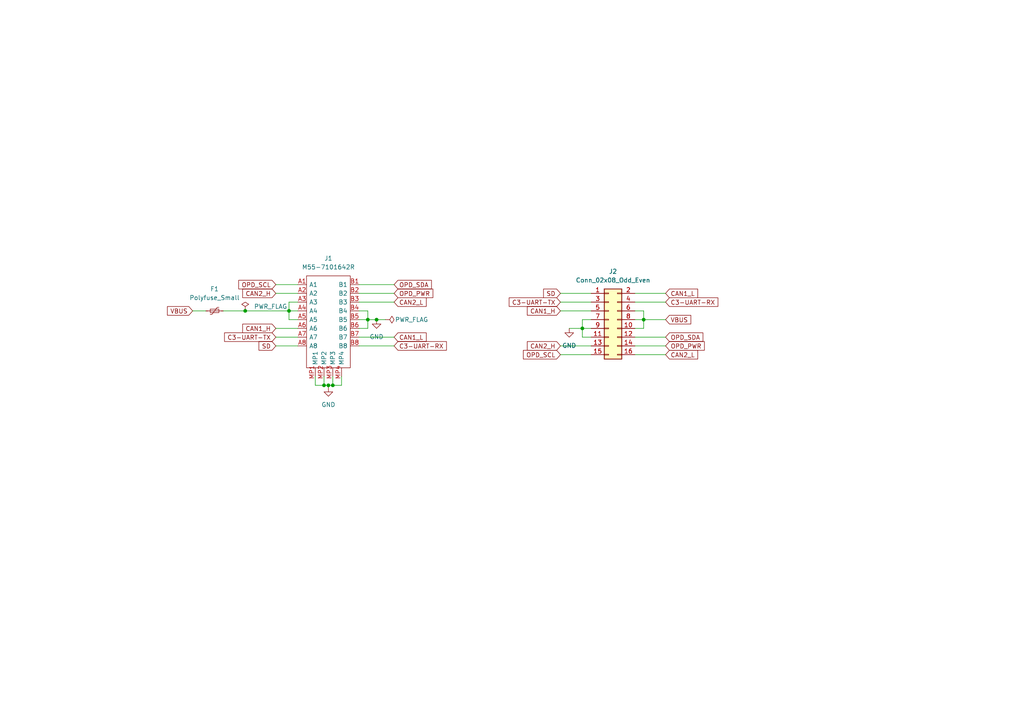
<source format=kicad_sch>
(kicad_sch (version 20210621) (generator eeschema)
  (paper "A4")
  (lib_symbols
    (symbol "Connector_Generic:Conn_02x08_Odd_Even" (pin_names (offset 1.016) hide)
      (property "Reference" "J" (at 1.27 10.16 0))
      (property "Value" "Conn_02x08_Odd_Even" (at 1.27 -12.7 0))
      (symbol "Conn_02x08_Odd_Even_1_1"
        (rectangle (start -1.27 -10.033) (end 0 -10.287) (stroke (width 0.1524)))
        (rectangle (start -1.27 -7.493) (end 0 -7.747) (stroke (width 0.1524)))
        (rectangle (start -1.27 -4.953) (end 0 -5.207) (stroke (width 0.1524)))
        (rectangle (start -1.27 -2.413) (end 0 -2.667) (stroke (width 0.1524)))
        (rectangle (start -1.27 0.127) (end 0 -0.127) (stroke (width 0.1524)))
        (rectangle (start -1.27 2.667) (end 0 2.413) (stroke (width 0.1524)))
        (rectangle (start -1.27 5.207) (end 0 4.953) (stroke (width 0.1524)))
        (rectangle (start -1.27 7.747) (end 0 7.493) (stroke (width 0.1524)))
        (rectangle (start 3.81 -10.033) (end 2.54 -10.287) (stroke (width 0.1524)))
        (rectangle (start 3.81 -7.493) (end 2.54 -7.747) (stroke (width 0.1524)))
        (rectangle (start 3.81 -4.953) (end 2.54 -5.207) (stroke (width 0.1524)))
        (rectangle (start 3.81 -2.413) (end 2.54 -2.667) (stroke (width 0.1524)))
        (rectangle (start 3.81 0.127) (end 2.54 -0.127) (stroke (width 0.1524)))
        (rectangle (start 3.81 2.667) (end 2.54 2.413) (stroke (width 0.1524)))
        (rectangle (start 3.81 5.207) (end 2.54 4.953) (stroke (width 0.1524)))
        (rectangle (start 3.81 7.747) (end 2.54 7.493) (stroke (width 0.1524)))
        (rectangle (start -1.27 8.89) (end 3.81 -11.43) (stroke (width 0.254)) (fill (type background)))
        (pin passive line (at -5.08 7.62 0) (length 3.81) (name "Pin_1") (number "1"))
        (pin passive line (at 7.62 -2.54 180) (length 3.81) (name "Pin_10") (number "10"))
        (pin passive line (at -5.08 -5.08 0) (length 3.81) (name "Pin_11") (number "11"))
        (pin passive line (at 7.62 -5.08 180) (length 3.81) (name "Pin_12") (number "12"))
        (pin passive line (at -5.08 -7.62 0) (length 3.81) (name "Pin_13") (number "13"))
        (pin passive line (at 7.62 -7.62 180) (length 3.81) (name "Pin_14") (number "14"))
        (pin passive line (at -5.08 -10.16 0) (length 3.81) (name "Pin_15") (number "15"))
        (pin passive line (at 7.62 -10.16 180) (length 3.81) (name "Pin_16") (number "16"))
        (pin passive line (at 7.62 7.62 180) (length 3.81) (name "Pin_2") (number "2"))
        (pin passive line (at -5.08 5.08 0) (length 3.81) (name "Pin_3") (number "3"))
        (pin passive line (at 7.62 5.08 180) (length 3.81) (name "Pin_4") (number "4"))
        (pin passive line (at -5.08 2.54 0) (length 3.81) (name "Pin_5") (number "5"))
        (pin passive line (at 7.62 2.54 180) (length 3.81) (name "Pin_6") (number "6"))
        (pin passive line (at -5.08 0 0) (length 3.81) (name "Pin_7") (number "7"))
        (pin passive line (at 7.62 0 180) (length 3.81) (name "Pin_8") (number "8"))
        (pin passive line (at -5.08 -2.54 0) (length 3.81) (name "Pin_9") (number "9"))
      )
    )
    (symbol "Device:Polyfuse_Small" (pin_numbers hide) (pin_names (offset 0))
      (property "Reference" "F" (at -1.905 0 90))
      (property "Value" "Polyfuse_Small" (at 1.905 0 90))
      (symbol "Polyfuse_Small_0_1"
        (rectangle (start -0.508 1.27) (end 0.508 -1.27))
        (polyline (pts (xy 0 2.54) (xy 0 -2.54)))
        (polyline (pts (xy -1.016 1.27) (xy -1.016 0.762) (xy 1.016 -0.762) (xy 1.016 -1.27)))
      )
      (symbol "Polyfuse_Small_1_1"
        (pin passive line (at 0 2.54 270) (length 0.635) (name "~") (number "1"))
        (pin passive line (at 0 -2.54 90) (length 0.635) (name "~") (number "2"))
      )
    )
    (symbol "M55-7101642R:M55-7101642R" (pin_names (offset 0.762))
      (property "Reference" "J" (at 10.16 16.51 0))
      (property "Value" "M55-7101642R" (at 8.89 13.97 0))
      (symbol "M55-7101642R_0_0"
        (pin passive line (at -8.89 10.16 0) (length 2.54) (name "A1") (number "A1"))
        (pin passive line (at -8.89 7.62 0) (length 2.54) (name "A2") (number "A2"))
        (pin passive line (at -8.89 5.08 0) (length 2.54) (name "A3") (number "A3"))
        (pin passive line (at -8.89 2.54 0) (length 2.54) (name "A4") (number "A4"))
        (pin passive line (at -8.89 0 0) (length 2.54) (name "A5") (number "A5"))
        (pin passive line (at -8.89 -2.54 0) (length 2.54) (name "A6") (number "A6"))
        (pin passive line (at -8.89 -5.08 0) (length 2.54) (name "A7") (number "A7"))
        (pin passive line (at -8.89 -7.62 0) (length 2.54) (name "A8") (number "A8"))
        (pin passive line (at 8.89 10.16 180) (length 2.54) (name "B1") (number "B1"))
        (pin passive line (at 8.89 7.62 180) (length 2.54) (name "B2") (number "B2"))
        (pin passive line (at 8.89 5.08 180) (length 2.54) (name "B3") (number "B3"))
        (pin passive line (at 8.89 2.54 180) (length 2.54) (name "B4") (number "B4"))
        (pin passive line (at 8.89 0 180) (length 2.54) (name "B5") (number "B5"))
        (pin passive line (at 8.89 -2.54 180) (length 2.54) (name "B6") (number "B6"))
        (pin passive line (at 8.89 -5.08 180) (length 2.54) (name "B7") (number "B7"))
        (pin passive line (at 8.89 -7.62 180) (length 2.54) (name "B8") (number "B8"))
        (pin passive line (at -3.81 -16.51 90) (length 2.54) (name "MP1") (number "MP1"))
        (pin passive line (at -1.27 -16.51 90) (length 2.54) (name "MP2") (number "MP2"))
        (pin passive line (at 1.27 -16.51 90) (length 2.54) (name "MP3") (number "MP3"))
        (pin passive line (at 3.81 -16.51 90) (length 2.54) (name "MP4") (number "MP4"))
      )
      (symbol "M55-7101642R_0_1"
        (polyline (pts (xy -6.35 12.7) (xy 6.35 12.7) (xy 6.35 -13.97) (xy -6.35 -13.97) (xy -6.35 12.7)) (stroke (width 0.1524)))
      )
    )
    (symbol "power:GND" (power) (pin_names (offset 0))
      (property "Value" "GND" (at 0 -3.81 0))
      (symbol "GND_0_1"
        (polyline (pts (xy 0 0) (xy 0 -1.27) (xy 1.27 -1.27) (xy 0 -2.54) (xy -1.27 -1.27) (xy 0 -1.27)))
      )
      (symbol "GND_1_1"
        (pin power_in line (at 0 0 270) (length 0) hide (name "GND") (number "1"))
      )
    )
    (symbol "power:PWR_FLAG" (power) (pin_numbers hide) (pin_names (offset 0) hide)
      (property "Value" "PWR_FLAG" (at 0 3.81 0))
      (symbol "PWR_FLAG_0_0"
        (pin power_out line (at 0 0 90) (length 0) (name "pwr") (number "1"))
      )
      (symbol "PWR_FLAG_0_1"
        (polyline (pts (xy 0 0) (xy 0 1.27) (xy -1.016 1.905) (xy 0 2.54) (xy 1.016 1.905) (xy 0 1.27)))
      )
    )
  )
  (junction (at 71.12 90.17))
  (junction (at 83.82 90.17))
  (junction (at 93.98 111.76))
  (junction (at 95.25 111.76))
  (junction (at 96.52 111.76))
  (junction (at 106.68 92.71))
  (junction (at 109.22 92.71))
  (junction (at 168.91 95.25))
  (junction (at 186.69 92.71))
  (wire (pts (xy 55.88 90.17) (xy 59.69 90.17)))
  (wire (pts (xy 64.77 90.17) (xy 71.12 90.17)))
  (wire (pts (xy 71.12 90.17) (xy 83.82 90.17)))
  (wire (pts (xy 80.01 82.55) (xy 86.36 82.55)))
  (wire (pts (xy 80.01 85.09) (xy 86.36 85.09)))
  (wire (pts (xy 80.01 95.25) (xy 86.36 95.25)))
  (wire (pts (xy 80.01 97.79) (xy 86.36 97.79)))
  (wire (pts (xy 80.01 100.33) (xy 86.36 100.33)))
  (wire (pts (xy 83.82 87.63) (xy 83.82 90.17)))
  (wire (pts (xy 83.82 87.63) (xy 86.36 87.63)))
  (wire (pts (xy 83.82 90.17) (xy 83.82 92.71)))
  (wire (pts (xy 83.82 90.17) (xy 86.36 90.17)))
  (wire (pts (xy 83.82 92.71) (xy 86.36 92.71)))
  (wire (pts (xy 91.44 109.22) (xy 91.44 111.76)))
  (wire (pts (xy 91.44 111.76) (xy 93.98 111.76)))
  (wire (pts (xy 93.98 109.22) (xy 93.98 111.76)))
  (wire (pts (xy 93.98 111.76) (xy 95.25 111.76)))
  (wire (pts (xy 95.25 111.76) (xy 95.25 112.395)))
  (wire (pts (xy 96.52 109.22) (xy 96.52 111.76)))
  (wire (pts (xy 96.52 111.76) (xy 95.25 111.76)))
  (wire (pts (xy 99.06 109.22) (xy 99.06 111.76)))
  (wire (pts (xy 99.06 111.76) (xy 96.52 111.76)))
  (wire (pts (xy 104.14 82.55) (xy 114.3 82.55)))
  (wire (pts (xy 104.14 85.09) (xy 114.3 85.09)))
  (wire (pts (xy 104.14 87.63) (xy 114.3 87.63)))
  (wire (pts (xy 104.14 90.17) (xy 106.68 90.17)))
  (wire (pts (xy 104.14 92.71) (xy 106.68 92.71)))
  (wire (pts (xy 104.14 95.25) (xy 106.68 95.25)))
  (wire (pts (xy 104.14 97.79) (xy 114.3 97.79)))
  (wire (pts (xy 104.14 100.33) (xy 114.3 100.33)))
  (wire (pts (xy 106.68 90.17) (xy 106.68 92.71)))
  (wire (pts (xy 106.68 92.71) (xy 106.68 95.25)))
  (wire (pts (xy 106.68 92.71) (xy 109.22 92.71)))
  (wire (pts (xy 109.22 92.71) (xy 111.76 92.71)))
  (wire (pts (xy 162.56 85.09) (xy 171.45 85.09)))
  (wire (pts (xy 162.56 87.63) (xy 171.45 87.63)))
  (wire (pts (xy 162.56 90.17) (xy 171.45 90.17)))
  (wire (pts (xy 162.56 100.33) (xy 171.45 100.33)))
  (wire (pts (xy 162.56 102.87) (xy 171.45 102.87)))
  (wire (pts (xy 165.1 95.25) (xy 168.91 95.25)))
  (wire (pts (xy 168.91 92.71) (xy 168.91 95.25)))
  (wire (pts (xy 168.91 95.25) (xy 171.45 95.25)))
  (wire (pts (xy 168.91 97.79) (xy 168.91 95.25)))
  (wire (pts (xy 171.45 92.71) (xy 168.91 92.71)))
  (wire (pts (xy 171.45 97.79) (xy 168.91 97.79)))
  (wire (pts (xy 184.15 85.09) (xy 193.04 85.09)))
  (wire (pts (xy 184.15 87.63) (xy 193.04 87.63)))
  (wire (pts (xy 184.15 90.17) (xy 186.69 90.17)))
  (wire (pts (xy 184.15 92.71) (xy 186.69 92.71)))
  (wire (pts (xy 184.15 95.25) (xy 186.69 95.25)))
  (wire (pts (xy 184.15 97.79) (xy 193.04 97.79)))
  (wire (pts (xy 184.15 100.33) (xy 193.04 100.33)))
  (wire (pts (xy 184.15 102.87) (xy 193.04 102.87)))
  (wire (pts (xy 186.69 92.71) (xy 186.69 90.17)))
  (wire (pts (xy 186.69 92.71) (xy 193.04 92.71)))
  (wire (pts (xy 186.69 95.25) (xy 186.69 92.71)))
  (global_label "VBUS" (shape input) (at 55.88 90.17 180) (property "Intersheet References" "${INTERSHEET_REFS}" (effects hide)))
  (global_label "OPD_SCL" (shape input) (at 80.01 82.55 180) (property "Intersheet References" "${INTERSHEET_REFS}" (effects hide)))
  (global_label "CAN2_H" (shape input) (at 80.01 85.09 180) (property "Intersheet References" "${INTERSHEET_REFS}" (effects hide)))
  (global_label "CAN1_H" (shape input) (at 80.01 95.25 180) (property "Intersheet References" "${INTERSHEET_REFS}" (effects hide)))
  (global_label "C3-UART-TX" (shape input) (at 80.01 97.79 180) (property "Intersheet References" "${INTERSHEET_REFS}" (effects hide)))
  (global_label "SD" (shape input) (at 80.01 100.33 180) (property "Intersheet References" "${INTERSHEET_REFS}" (effects hide)))
  (global_label "OPD_SDA" (shape input) (at 114.3 82.55 0) (property "Intersheet References" "${INTERSHEET_REFS}" (effects hide)))
  (global_label "OPD_PWR" (shape input) (at 114.3 85.09 0) (property "Intersheet References" "${INTERSHEET_REFS}" (effects hide)))
  (global_label "CAN2_L" (shape input) (at 114.3 87.63 0) (property "Intersheet References" "${INTERSHEET_REFS}" (effects hide)))
  (global_label "CAN1_L" (shape input) (at 114.3 97.79 0) (property "Intersheet References" "${INTERSHEET_REFS}" (effects hide)))
  (global_label "C3-UART-RX" (shape input) (at 114.3 100.33 0) (property "Intersheet References" "${INTERSHEET_REFS}" (effects hide)))
  (global_label "SD" (shape input) (at 162.56 85.09 180) (property "Intersheet References" "${INTERSHEET_REFS}" (effects hide)))
  (global_label "C3-UART-TX" (shape input) (at 162.56 87.63 180) (property "Intersheet References" "${INTERSHEET_REFS}" (effects hide)))
  (global_label "CAN1_H" (shape input) (at 162.56 90.17 180) (property "Intersheet References" "${INTERSHEET_REFS}" (effects hide)))
  (global_label "CAN2_H" (shape input) (at 162.56 100.33 180) (property "Intersheet References" "${INTERSHEET_REFS}" (effects hide)))
  (global_label "OPD_SCL" (shape input) (at 162.56 102.87 180) (property "Intersheet References" "${INTERSHEET_REFS}" (effects hide)))
  (global_label "CAN1_L" (shape input) (at 193.04 85.09 0) (property "Intersheet References" "${INTERSHEET_REFS}" (effects hide)))
  (global_label "C3-UART-RX" (shape input) (at 193.04 87.63 0) (property "Intersheet References" "${INTERSHEET_REFS}" (effects hide)))
  (global_label "VBUS" (shape input) (at 193.04 92.71 0) (property "Intersheet References" "${INTERSHEET_REFS}" (effects hide)))
  (global_label "OPD_SDA" (shape input) (at 193.04 97.79 0) (property "Intersheet References" "${INTERSHEET_REFS}" (effects hide)))
  (global_label "OPD_PWR" (shape input) (at 193.04 100.33 0) (property "Intersheet References" "${INTERSHEET_REFS}" (effects hide)))
  (global_label "CAN2_L" (shape input) (at 193.04 102.87 0) (property "Intersheet References" "${INTERSHEET_REFS}" (effects hide)))
  (symbol (lib_id "power:PWR_FLAG") (at 71.12 90.17 0) (unit 1)
    (property "Reference" "#FLG0101" (effects hide))
    (property "Value" "PWR_FLAG" (at 73.66 88.8999 0) (effects (justify left)))
  )
  (symbol (lib_id "power:PWR_FLAG") (at 111.76 92.71 270) (unit 1)
    (property "Reference" "#FLG0102" (effects hide))
    (property "Value" "PWR_FLAG" (at 119.38 92.71 90))
  )
  (symbol (lib_id "power:GND") (at 95.25 112.395 0) (unit 1)
    (property "Reference" "#PWR01" (effects hide))
    (property "Value" "GND" (at 95.25 117.3734 0))
  )
  (symbol (lib_id "power:GND") (at 109.22 92.71 0) (unit 1)
    (property "Reference" "#PWR02" (effects hide))
    (property "Value" "GND" (at 109.22 97.6884 0))
  )
  (symbol (lib_id "power:GND") (at 165.1 95.25 0) (unit 1)
    (property "Reference" "#PWR0101" (effects hide))
    (property "Value" "GND" (at 165.1 100.2284 0))
  )
  (symbol (lib_id "Device:Polyfuse_Small") (at 62.23 90.17 90) (unit 1)
    (property "Reference" "F1" (at 62.23 83.82 90))
    (property "Value" "Polyfuse_Small" (at 62.23 86.36 90))
    (property "Footprint" "Fuse:Fuse_1206_3216Metric" (effects hide))
  )
  (symbol (lib_id "Connector_Generic:Conn_02x08_Odd_Even") (at 176.53 92.71 0) (unit 1)
    (property "Reference" "J2" (at 177.8 78.74 0))
    (property "Value" "Conn_02x08_Odd_Even" (at 177.8 81.28 0))
    (property "Footprint" "Connector_IDC:IDC-Header_2x08_P2.54mm_Vertical" (effects hide))
  )
  (symbol (lib_id "M55-7101642R:M55-7101642R") (at 95.25 92.71 0) (unit 1)
    (property "Reference" "J1" (at 95.25 74.93 0))
    (property "Value" "M55-7101642R" (at 95.25 77.47 0))
    (property "Footprint" "M55-7101642R:M557101642R" (effects hide))
    (property "Datasheet" "https://cdn.harwin.com/pdfs/M55-710.pdf" (effects hide))
    (property "Description" "Board to Board & Mezzanine Connectors 16P 1.27 SMC Male R/A SMT Type" (effects hide))
    (property "Height" "4.2" (effects hide))
    (property "Manufacturer_Name" "Harwin" (effects hide))
    (property "Manufacturer_Part_Number" "M55-7101642R" (effects hide))
  )
)
</source>
